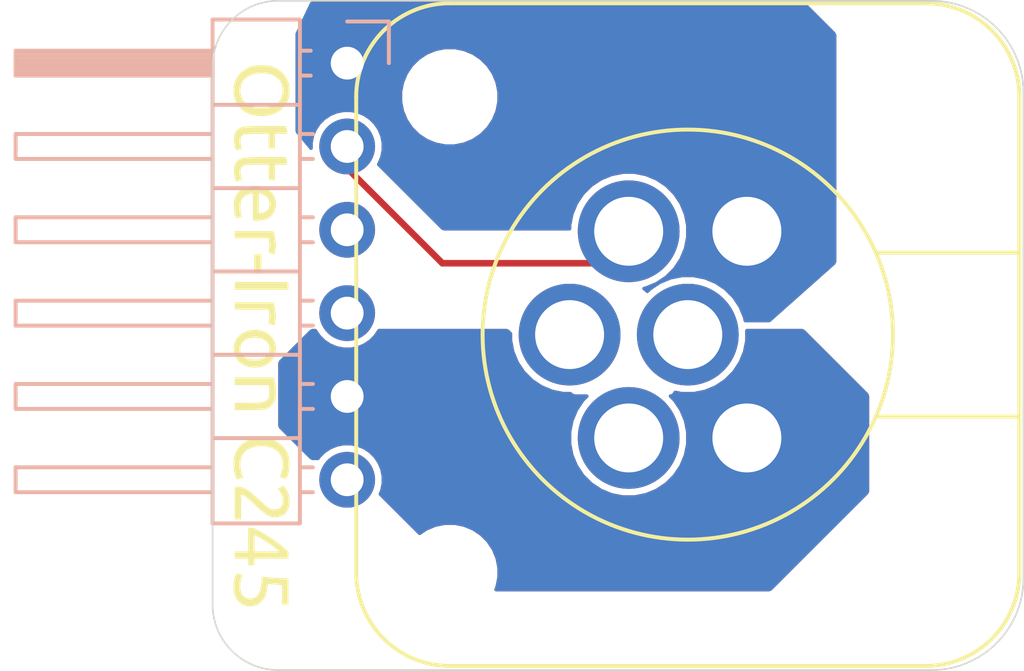
<source format=kicad_pcb>
(kicad_pcb (version 20171130) (host pcbnew 5.1.5-52549c5~84~ubuntu19.10.1)

  (general
    (thickness 1.6)
    (drawings 8)
    (tracks 5)
    (zones 0)
    (modules 3)
    (nets 10)
  )

  (page A4)
  (layers
    (0 F.Cu signal)
    (31 B.Cu signal)
    (32 B.Adhes user)
    (33 F.Adhes user)
    (34 B.Paste user)
    (35 F.Paste user)
    (36 B.SilkS user)
    (37 F.SilkS user)
    (38 B.Mask user)
    (39 F.Mask user)
    (40 Dwgs.User user)
    (41 Cmts.User user)
    (42 Eco1.User user)
    (43 Eco2.User user)
    (44 Edge.Cuts user)
    (45 Margin user)
    (46 B.CrtYd user)
    (47 F.CrtYd user)
    (48 B.Fab user hide)
    (49 F.Fab user hide)
  )

  (setup
    (last_trace_width 0.2)
    (user_trace_width 0.2)
    (trace_clearance 0.2)
    (zone_clearance 0)
    (zone_45_only no)
    (trace_min 0.2)
    (via_size 0.8)
    (via_drill 0.4)
    (via_min_size 0.4)
    (via_min_drill 0.3)
    (uvia_size 0.3)
    (uvia_drill 0.1)
    (uvias_allowed no)
    (uvia_min_size 0.2)
    (uvia_min_drill 0.1)
    (edge_width 0.05)
    (segment_width 0.2)
    (pcb_text_width 0.3)
    (pcb_text_size 1.5 1.5)
    (mod_edge_width 0.12)
    (mod_text_size 1 1)
    (mod_text_width 0.15)
    (pad_size 1.524 1.524)
    (pad_drill 0.762)
    (pad_to_mask_clearance 0.051)
    (solder_mask_min_width 0.25)
    (aux_axis_origin 0 0)
    (visible_elements FFFFFF7F)
    (pcbplotparams
      (layerselection 0x010fc_ffffffff)
      (usegerberextensions true)
      (usegerberattributes false)
      (usegerberadvancedattributes false)
      (creategerberjobfile false)
      (excludeedgelayer true)
      (linewidth 0.100000)
      (plotframeref false)
      (viasonmask false)
      (mode 1)
      (useauxorigin false)
      (hpglpennumber 1)
      (hpglpenspeed 20)
      (hpglpendiameter 15.000000)
      (psnegative false)
      (psa4output false)
      (plotreference true)
      (plotvalue true)
      (plotinvisibletext false)
      (padsonsilk false)
      (subtractmaskfromsilk false)
      (outputformat 1)
      (mirror false)
      (drillshape 0)
      (scaleselection 1)
      (outputdirectory "gerber/"))
  )

  (net 0 "")
  (net 1 GND)
  (net 2 "Net-(J1-Pad4)")
  (net 3 "Net-(J1-Pad3)")
  (net 4 "Net-(J2-Pad4)")
  (net 5 "Net-(J2-Pad3)")
  (net 6 "Net-(J1-Pad6)")
  (net 7 HEAT)
  (net 8 JUNC)
  (net 9 "Net-(J2-Pad6)")

  (net_class Default "This is the default net class."
    (clearance 0.2)
    (trace_width 0.25)
    (via_dia 0.8)
    (via_drill 0.4)
    (uvia_dia 0.3)
    (uvia_drill 0.1)
    (add_net GND)
    (add_net HEAT)
    (add_net JUNC)
    (add_net "Net-(J1-Pad3)")
    (add_net "Net-(J1-Pad4)")
    (add_net "Net-(J1-Pad6)")
    (add_net "Net-(J2-Pad3)")
    (add_net "Net-(J2-Pad4)")
    (add_net "Net-(J2-Pad6)")
  )

  (module otter:C245_singlew_silk locked (layer F.Cu) (tedit 0) (tstamp 5E5C95BE)
    (at 101.5 110.2 270)
    (fp_text reference G*** (at 0 0 90) (layer F.SilkS) hide
      (effects (font (size 1.524 1.524) (thickness 0.3)))
    )
    (fp_text value LOGO (at 0.75 0 90) (layer F.SilkS) hide
      (effects (font (size 1.524 1.524) (thickness 0.3)))
    )
    (fp_poly (pts (xy -1.890888 0.225778) (xy -2.469444 0.225778) (xy -2.469444 0.014111) (xy -1.890888 0.014111)
      (xy -1.890888 0.225778)) (layer F.SilkS) (width 0.01))
    (fp_poly (pts (xy 6.801556 0.225778) (xy 6.999112 0.225778) (xy 6.999112 0.409222) (xy 6.801556 0.409222)
      (xy 6.801556 0.818445) (xy 6.589889 0.818445) (xy 6.589889 0.409222) (xy 5.870223 0.409222)
      (xy 5.870223 0.329364) (xy 5.871673 0.292963) (xy 5.877505 0.25913) (xy 5.888545 0.225778)
      (xy 6.081483 0.225778) (xy 6.589889 0.225778) (xy 6.589382 -0.15875) (xy 6.588874 -0.543278)
      (xy 6.552814 -0.500944) (xy 6.457713 -0.38241) (xy 6.361177 -0.249631) (xy 6.268911 -0.111133)
      (xy 6.186619 0.024554) (xy 6.12562 0.137584) (xy 6.081483 0.225778) (xy 5.888545 0.225778)
      (xy 5.889937 0.221575) (xy 5.911188 0.17401) (xy 5.943476 0.110144) (xy 5.956059 0.08608)
      (xy 6.046315 -0.074572) (xy 6.150181 -0.240389) (xy 6.262366 -0.403731) (xy 6.377576 -0.556959)
      (xy 6.49052 -0.692434) (xy 6.511835 -0.716139) (xy 6.592257 -0.804333) (xy 6.801556 -0.804333)
      (xy 6.801556 0.225778)) (layer F.SilkS) (width 0.01))
    (fp_poly (pts (xy 5.096062 -0.84312) (xy 5.203729 -0.826202) (xy 5.303629 -0.794181) (xy 5.387927 -0.74845)
      (xy 5.407187 -0.733776) (xy 5.46496 -0.669155) (xy 5.508054 -0.586296) (xy 5.534651 -0.492084)
      (xy 5.542937 -0.393401) (xy 5.531093 -0.29713) (xy 5.526728 -0.28074) (xy 5.500197 -0.210761)
      (xy 5.459219 -0.136477) (xy 5.401712 -0.054974) (xy 5.325593 0.036666) (xy 5.22878 0.141357)
      (xy 5.215637 0.154973) (xy 5.116099 0.259082) (xy 5.0356 0.346507) (xy 4.972222 0.419468)
      (xy 4.924047 0.480186) (xy 4.889158 0.53088) (xy 4.884874 0.537888) (xy 4.867852 0.566219)
      (xy 4.856525 0.588431) (xy 4.85352 0.605269) (xy 4.861463 0.617474) (xy 4.88298 0.62579)
      (xy 4.920698 0.630959) (xy 4.977244 0.633725) (xy 5.055243 0.634831) (xy 5.157321 0.635019)
      (xy 5.228167 0.635) (xy 5.602112 0.635) (xy 5.602112 0.818445) (xy 4.610622 0.818445)
      (xy 4.617442 0.712176) (xy 4.623447 0.652112) (xy 4.634909 0.600688) (xy 4.65512 0.546611)
      (xy 4.682926 0.48752) (xy 4.703798 0.447563) (xy 4.726437 0.409841) (xy 4.753705 0.370786)
      (xy 4.788464 0.326829) (xy 4.833576 0.274402) (xy 4.891905 0.209934) (xy 4.966312 0.129858)
      (xy 4.99029 0.10429) (xy 5.078894 0.009007) (xy 5.14943 -0.06954) (xy 5.203896 -0.134455)
      (xy 5.244295 -0.188843) (xy 5.272626 -0.235809) (xy 5.290891 -0.278457) (xy 5.30109 -0.319893)
      (xy 5.305224 -0.363221) (xy 5.30564 -0.38509) (xy 5.294703 -0.474577) (xy 5.261859 -0.547126)
      (xy 5.207551 -0.601823) (xy 5.196856 -0.608883) (xy 5.163503 -0.626512) (xy 5.128 -0.636621)
      (xy 5.08099 -0.641062) (xy 5.030612 -0.641783) (xy 4.966896 -0.63999) (xy 4.91978 -0.633354)
      (xy 4.877743 -0.619435) (xy 4.840112 -0.601461) (xy 4.791008 -0.573472) (xy 4.746623 -0.543742)
      (xy 4.724854 -0.526121) (xy 4.687208 -0.49083) (xy 4.634471 -0.570259) (xy 4.581733 -0.649687)
      (xy 4.613372 -0.683365) (xy 4.65506 -0.71735) (xy 4.715853 -0.753906) (xy 4.78748 -0.788745)
      (xy 4.861668 -0.817582) (xy 4.88877 -0.826063) (xy 4.988464 -0.843538) (xy 5.096062 -0.84312)) (layer F.SilkS) (width 0.01))
    (fp_poly (pts (xy 1.783862 -0.420863) (xy 1.859404 -0.417259) (xy 1.914913 -0.41154) (xy 1.958571 -0.402254)
      (xy 1.998559 -0.387948) (xy 2.017889 -0.379321) (xy 2.109997 -0.321777) (xy 2.183087 -0.245071)
      (xy 2.23288 -0.155379) (xy 2.241558 -0.132269) (xy 2.248513 -0.108825) (xy 2.253982 -0.081615)
      (xy 2.2582 -0.047209) (xy 2.261402 -0.002175) (xy 2.263824 0.056916) (xy 2.265701 0.133496)
      (xy 2.267269 0.230996) (xy 2.268762 0.352847) (xy 2.26896 0.370417) (xy 2.27399 0.818445)
      (xy 2.060223 0.818445) (xy 2.059943 0.47625) (xy 2.058888 0.324813) (xy 2.055609 0.198854)
      (xy 2.04953 0.095676) (xy 2.040075 0.012583) (xy 2.026668 -0.053122) (xy 2.008733 -0.104135)
      (xy 1.985694 -0.143152) (xy 1.956976 -0.17287) (xy 1.922002 -0.195986) (xy 1.915647 -0.199323)
      (xy 1.880842 -0.214424) (xy 1.84359 -0.223453) (xy 1.795527 -0.227663) (xy 1.728287 -0.228307)
      (xy 1.722579 -0.22825) (xy 1.659148 -0.226701) (xy 1.602294 -0.223773) (xy 1.560836 -0.219984)
      (xy 1.549465 -0.218116) (xy 1.509889 -0.209424) (xy 1.509889 0.818445) (xy 1.284112 0.818445)
      (xy 1.284112 -0.36455) (xy 1.355021 -0.379757) (xy 1.495175 -0.405518) (xy 1.623298 -0.41909)
      (xy 1.752191 -0.421703) (xy 1.783862 -0.420863)) (layer F.SilkS) (width 0.01))
    (fp_poly (pts (xy -0.477512 -0.418793) (xy -0.390096 -0.407211) (xy -0.343647 -0.396041) (xy -0.32043 -0.384801)
      (xy -0.315566 -0.370929) (xy -0.316133 -0.368406) (xy -0.32298 -0.339293) (xy -0.331054 -0.299313)
      (xy -0.331611 -0.296333) (xy -0.342696 -0.242431) (xy -0.351993 -0.212545) (xy -0.360989 -0.20266)
      (xy -0.365829 -0.203956) (xy -0.384298 -0.209298) (xy -0.422829 -0.217089) (xy -0.473551 -0.225759)
      (xy -0.480489 -0.226847) (xy -0.558428 -0.235318) (xy -0.62922 -0.233361) (xy -0.687176 -0.225301)
      (xy -0.790222 -0.207674) (xy -0.790222 0.818445) (xy -1.001888 0.818445) (xy -1.001888 -0.350589)
      (xy -0.955488 -0.365903) (xy -0.845298 -0.394441) (xy -0.722293 -0.413252) (xy -0.596392 -0.421611)
      (xy -0.477512 -0.418793)) (layer F.SilkS) (width 0.01))
    (fp_poly (pts (xy -1.397 0.818445) (xy -1.622777 0.818445) (xy -1.622777 -0.804333) (xy -1.397 -0.804333)
      (xy -1.397 0.818445)) (layer F.SilkS) (width 0.01))
    (fp_poly (pts (xy -2.69361 -0.42137) (xy -2.631777 -0.416123) (xy -2.573613 -0.408552) (xy -2.525454 -0.399618)
      (xy -2.493634 -0.390283) (xy -2.484171 -0.38258) (xy -2.488864 -0.350188) (xy -2.497899 -0.308084)
      (xy -2.50898 -0.265004) (xy -2.519807 -0.229681) (xy -2.528085 -0.21085) (xy -2.529638 -0.209723)
      (xy -2.54799 -0.211659) (xy -2.586171 -0.217259) (xy -2.636207 -0.225346) (xy -2.640375 -0.226047)
      (xy -2.709962 -0.234751) (xy -2.774405 -0.234723) (xy -2.849464 -0.225928) (xy -2.851832 -0.225562)
      (xy -2.963333 -0.208216) (xy -2.963333 0.818445) (xy -3.175 0.818445) (xy -3.175 -0.350589)
      (xy -3.128599 -0.365903) (xy -3.051153 -0.386587) (xy -2.957662 -0.404251) (xy -2.860282 -0.417037)
      (xy -2.771166 -0.423089) (xy -2.752778 -0.423333) (xy -2.69361 -0.42137)) (layer F.SilkS) (width 0.01))
    (fp_poly (pts (xy -3.916405 -0.422407) (xy -3.801596 -0.393964) (xy -3.704779 -0.343946) (xy -3.62625 -0.272766)
      (xy -3.566306 -0.180835) (xy -3.525244 -0.068565) (xy -3.503361 0.063633) (xy -3.499555 0.155917)
      (xy -3.499555 0.268111) (xy -3.915833 0.268111) (xy -4.038061 0.267901) (xy -4.134776 0.267864)
      (xy -4.208678 0.268893) (xy -4.262466 0.271877) (xy -4.298842 0.277708) (xy -4.320505 0.287278)
      (xy -4.330154 0.301478) (xy -4.330491 0.321199) (xy -4.324214 0.347331) (xy -4.314025 0.380768)
      (xy -4.309033 0.397898) (xy -4.272586 0.483848) (xy -4.217323 0.557084) (xy -4.148321 0.611687)
      (xy -4.109602 0.630404) (xy -4.052378 0.644755) (xy -3.976863 0.653105) (xy -3.892339 0.655475)
      (xy -3.808089 0.651885) (xy -3.733393 0.642357) (xy -3.683979 0.629467) (xy -3.645144 0.617876)
      (xy -3.6176 0.614852) (xy -3.611099 0.617088) (xy -3.603817 0.636153) (xy -3.59594 0.673889)
      (xy -3.59108 0.70728) (xy -3.581421 0.786615) (xy -3.649849 0.811504) (xy -3.696621 0.824167)
      (xy -3.759392 0.833195) (xy -3.842764 0.83912) (xy -3.908777 0.841522) (xy -3.99161 0.843095)
      (xy -4.053246 0.842264) (xy -4.10065 0.838445) (xy -4.140789 0.831052) (xy -4.18063 0.8195)
      (xy -4.183944 0.818401) (xy -4.294465 0.767766) (xy -4.386452 0.696286) (xy -4.459344 0.604881)
      (xy -4.512579 0.494467) (xy -4.545593 0.365961) (xy -4.557825 0.22028) (xy -4.557888 0.208318)
      (xy -4.546645 0.067615) (xy -4.545435 0.062897) (xy -4.323834 0.062897) (xy -4.322784 0.087724)
      (xy -4.322525 0.088195) (xy -4.307196 0.091349) (xy -4.26789 0.094129) (xy -4.208851 0.096385)
      (xy -4.134324 0.097969) (xy -4.048553 0.098732) (xy -4.020833 0.098778) (xy -3.725333 0.098778)
      (xy -3.725333 0.054554) (xy -3.736406 -0.023054) (xy -3.766671 -0.097793) (xy -3.8117 -0.162246)
      (xy -3.867061 -0.208999) (xy -3.88963 -0.220475) (xy -3.971763 -0.240386) (xy -4.057271 -0.236168)
      (xy -4.139174 -0.209822) (xy -4.210493 -0.163346) (xy -4.252875 -0.116429) (xy -4.276233 -0.07621)
      (xy -4.297731 -0.027378) (xy -4.31454 0.02176) (xy -4.323834 0.062897) (xy -4.545435 0.062897)
      (xy -4.514114 -0.059148) (xy -4.462093 -0.1702) (xy -4.392382 -0.263774) (xy -4.306778 -0.338103)
      (xy -4.207079 -0.391417) (xy -4.095085 -0.421948) (xy -3.972593 -0.427928) (xy -3.916405 -0.422407)) (layer F.SilkS) (width 0.01))
    (fp_poly (pts (xy -5.21511 -0.762177) (xy -5.210319 -0.720946) (xy -5.207616 -0.653278) (xy -5.207 -0.585611)
      (xy -5.207 -0.395111) (xy -4.739986 -0.395111) (xy -4.744187 -0.306916) (xy -4.748388 -0.218722)
      (xy -4.977694 -0.214845) (xy -5.207 -0.210967) (xy -5.20669 0.137933) (xy -5.206401 0.248277)
      (xy -5.205583 0.334265) (xy -5.203981 0.399761) (xy -5.201337 0.44863) (xy -5.197396 0.484735)
      (xy -5.191901 0.511942) (xy -5.184596 0.534114) (xy -5.17965 0.545706) (xy -5.151025 0.595861)
      (xy -5.115589 0.628379) (xy -5.067261 0.646361) (xy -4.999961 0.652909) (xy -4.969178 0.653056)
      (xy -4.897316 0.648694) (xy -4.836666 0.638292) (xy -4.808814 0.629309) (xy -4.774504 0.615136)
      (xy -4.753031 0.607315) (xy -4.750517 0.606778) (xy -4.744118 0.619151) (xy -4.734279 0.650702)
      (xy -4.728259 0.673806) (xy -4.717099 0.718368) (xy -4.70776 0.754002) (xy -4.704939 0.764039)
      (xy -4.712272 0.783434) (xy -4.742836 0.801216) (xy -4.791655 0.816747) (xy -4.853753 0.82939)
      (xy -4.924156 0.838509) (xy -4.997888 0.843464) (xy -5.069974 0.843618) (xy -5.135439 0.838335)
      (xy -5.189308 0.826976) (xy -5.191259 0.826351) (xy -5.260578 0.791096) (xy -5.324289 0.735642)
      (xy -5.373567 0.667829) (xy -5.376987 0.661399) (xy -5.389893 0.632809) (xy -5.400696 0.599681)
      (xy -5.409572 0.559408) (xy -5.416699 0.509383) (xy -5.422254 0.447) (xy -5.426416 0.369654)
      (xy -5.42936 0.274737) (xy -5.431265 0.159643) (xy -5.432308 0.021766) (xy -5.432666 -0.1415)
      (xy -5.432671 -0.156682) (xy -5.432777 -0.743753) (xy -5.334809 -0.759932) (xy -5.283903 -0.768008)
      (xy -5.243523 -0.773807) (xy -5.222185 -0.776109) (xy -5.22192 -0.776111) (xy -5.21511 -0.762177)) (layer F.SilkS) (width 0.01))
    (fp_poly (pts (xy -6.160554 -0.762177) (xy -6.155764 -0.720946) (xy -6.153061 -0.653278) (xy -6.152444 -0.585611)
      (xy -6.152444 -0.395111) (xy -5.700888 -0.395111) (xy -5.700888 -0.211666) (xy -6.15378 -0.211666)
      (xy -6.149584 0.151695) (xy -6.147955 0.271352) (xy -6.145728 0.36625) (xy -6.142282 0.439851)
      (xy -6.136995 0.495619) (xy -6.129245 0.537016) (xy -6.118411 0.567506) (xy -6.103871 0.590551)
      (xy -6.085002 0.609615) (xy -6.06447 0.625738) (xy -6.037985 0.641074) (xy -6.004998 0.649648)
      (xy -5.95729 0.652977) (xy -5.916303 0.653067) (xy -5.84296 0.648688) (xy -5.781753 0.63821)
      (xy -5.754258 0.629309) (xy -5.719948 0.615136) (xy -5.698475 0.607315) (xy -5.695961 0.606778)
      (xy -5.689563 0.619151) (xy -5.679724 0.650702) (xy -5.673703 0.673806) (xy -5.662544 0.718368)
      (xy -5.653205 0.754002) (xy -5.650383 0.764039) (xy -5.657675 0.783545) (xy -5.688216 0.801373)
      (xy -5.737052 0.816895) (xy -5.79923 0.829483) (xy -5.869796 0.83851) (xy -5.943796 0.843349)
      (xy -6.016277 0.843371) (xy -6.082286 0.83795) (xy -6.136867 0.826458) (xy -6.138666 0.825888)
      (xy -6.218047 0.786028) (xy -6.282337 0.723257) (xy -6.330307 0.639244) (xy -6.360729 0.535662)
      (xy -6.363422 0.520288) (xy -6.366811 0.484987) (xy -6.369886 0.424651) (xy -6.372576 0.342466)
      (xy -6.374812 0.241618) (xy -6.376526 0.125293) (xy -6.377647 -0.003323) (xy -6.378108 -0.141045)
      (xy -6.378115 -0.156682) (xy -6.378222 -0.743753) (xy -6.280254 -0.759932) (xy -6.229347 -0.768008)
      (xy -6.188968 -0.773807) (xy -6.167629 -0.776109) (xy -6.167365 -0.776111) (xy -6.160554 -0.762177)) (layer F.SilkS) (width 0.01))
    (fp_poly (pts (xy 8.198556 -0.620889) (xy 7.902223 -0.620889) (xy 7.798198 -0.620493) (xy 7.719636 -0.619196)
      (xy 7.663787 -0.616836) (xy 7.627901 -0.613248) (xy 7.609229 -0.608271) (xy 7.604841 -0.60325)
      (xy 7.603339 -0.583428) (xy 7.59993 -0.541061) (xy 7.595069 -0.481725) (xy 7.589211 -0.410999)
      (xy 7.587005 -0.384542) (xy 7.570218 -0.183473) (xy 7.612748 -0.177694) (xy 7.731483 -0.160089)
      (xy 7.826777 -0.14206) (xy 7.903383 -0.121957) (xy 7.966054 -0.098129) (xy 8.019546 -0.068926)
      (xy 8.06861 -0.032696) (xy 8.093828 -0.010645) (xy 8.16896 0.072882) (xy 8.218895 0.164969)
      (xy 8.246056 0.270627) (xy 8.250834 0.314382) (xy 8.24783 0.437458) (xy 8.220141 0.547826)
      (xy 8.169 0.643946) (xy 8.095641 0.724278) (xy 8.001297 0.78728) (xy 7.887203 0.831413)
      (xy 7.825548 0.845484) (xy 7.756824 0.85406) (xy 7.676329 0.858203) (xy 7.596557 0.857689)
      (xy 7.529999 0.852296) (xy 7.521223 0.850933) (xy 7.479576 0.842372) (xy 7.427706 0.829663)
      (xy 7.372818 0.814851) (xy 7.322117 0.799982) (xy 7.282806 0.7871) (xy 7.262092 0.778249)
      (xy 7.260717 0.777001) (xy 7.260511 0.759026) (xy 7.265912 0.723479) (xy 7.274829 0.679938)
      (xy 7.285174 0.637985) (xy 7.294856 0.607199) (xy 7.299825 0.597694) (xy 7.316021 0.598256)
      (xy 7.350448 0.607478) (xy 7.389721 0.62118) (xy 7.477291 0.64545) (xy 7.577838 0.65893)
      (xy 7.680333 0.66106) (xy 7.773751 0.651277) (xy 7.81071 0.642602) (xy 7.897093 0.604722)
      (xy 7.962633 0.548635) (xy 8.005794 0.476694) (xy 8.025039 0.39125) (xy 8.022649 0.318151)
      (xy 8.002494 0.236347) (xy 7.96449 0.168798) (xy 7.906763 0.114161) (xy 7.827439 0.071094)
      (xy 7.724643 0.038255) (xy 7.598834 0.01463) (xy 7.534883 0.007114) (xy 7.469243 0.0019)
      (xy 7.425333 0.00028) (xy 7.35061 0) (xy 7.358187 -0.045861) (xy 7.36434 -0.092539)
      (xy 7.371414 -0.161677) (xy 7.378955 -0.247547) (xy 7.386505 -0.34442) (xy 7.39361 -0.446567)
      (xy 7.399813 -0.54826) (xy 7.403092 -0.610305) (xy 7.412627 -0.804333) (xy 8.198556 -0.804333)
      (xy 8.198556 -0.620889)) (layer F.SilkS) (width 0.01))
    (fp_poly (pts (xy 4.063395 -0.834531) (xy 4.197706 -0.80745) (xy 4.255344 -0.788654) (xy 4.31304 -0.76619)
      (xy 4.34778 -0.747361) (xy 4.363127 -0.726156) (xy 4.362647 -0.696562) (xy 4.349905 -0.652565)
      (xy 4.344889 -0.637627) (xy 4.326982 -0.58917) (xy 4.312713 -0.563594) (xy 4.299046 -0.556359)
      (xy 4.291708 -0.558109) (xy 4.142647 -0.610738) (xy 4.00759 -0.639233) (xy 3.886047 -0.643676)
      (xy 3.828282 -0.636557) (xy 3.707707 -0.601959) (xy 3.605435 -0.545898) (xy 3.521274 -0.468231)
      (xy 3.455033 -0.368813) (xy 3.444415 -0.347363) (xy 3.406215 -0.25096) (xy 3.383195 -0.152266)
      (xy 3.373301 -0.041185) (xy 3.372556 0.005824) (xy 3.382613 0.159232) (xy 3.412331 0.293435)
      (xy 3.461031 0.407772) (xy 3.528035 0.501578) (xy 3.612663 0.574191) (xy 3.714236 0.624948)
      (xy 3.832076 0.653186) (xy 3.965503 0.658242) (xy 4.034574 0.652278) (xy 4.10485 0.640755)
      (xy 4.176638 0.624311) (xy 4.236565 0.606102) (xy 4.24673 0.602212) (xy 4.332004 0.567769)
      (xy 4.360251 0.659223) (xy 4.373445 0.707117) (xy 4.380805 0.744512) (xy 4.380756 0.763205)
      (xy 4.362415 0.774634) (xy 4.322891 0.789618) (xy 4.268696 0.806281) (xy 4.206343 0.822751)
      (xy 4.142343 0.837151) (xy 4.092223 0.846255) (xy 3.979619 0.857374) (xy 3.861384 0.857953)
      (xy 3.750304 0.848214) (xy 3.701003 0.83945) (xy 3.594261 0.805504) (xy 3.488307 0.752569)
      (xy 3.393494 0.686408) (xy 3.344525 0.640939) (xy 3.277442 0.554661) (xy 3.219029 0.449786)
      (xy 3.173968 0.335657) (xy 3.153995 0.260651) (xy 3.141396 0.175009) (xy 3.1349 0.072984)
      (xy 3.134521 -0.034647) (xy 3.140273 -0.137108) (xy 3.152172 -0.223624) (xy 3.153329 -0.229245)
      (xy 3.195677 -0.367335) (xy 3.2603 -0.493317) (xy 3.344562 -0.60416) (xy 3.445827 -0.696835)
      (xy 3.561461 -0.768309) (xy 3.654778 -0.805786) (xy 3.782564 -0.833966) (xy 3.921892 -0.843458)
      (xy 4.063395 -0.834531)) (layer F.SilkS) (width 0.01))
    (fp_poly (pts (xy 0.530389 -0.414051) (xy 0.645933 -0.376979) (xy 0.747192 -0.316362) (xy 0.832559 -0.233408)
      (xy 0.900427 -0.129323) (xy 0.945314 -0.018268) (xy 0.962314 0.060347) (xy 0.971759 0.154821)
      (xy 0.973417 0.254158) (xy 0.967058 0.347359) (xy 0.954457 0.416278) (xy 0.908396 0.540295)
      (xy 0.842293 0.646195) (xy 0.757917 0.732309) (xy 0.657032 0.796967) (xy 0.541405 0.838501)
      (xy 0.498416 0.847162) (xy 0.439171 0.855886) (xy 0.394538 0.858608) (xy 0.351496 0.854986)
      (xy 0.297024 0.844679) (xy 0.282223 0.841483) (xy 0.165968 0.802474) (xy 0.064577 0.740405)
      (xy -0.020381 0.65711) (xy -0.087336 0.554424) (xy -0.134719 0.434182) (xy -0.157318 0.327717)
      (xy -0.165457 0.196664) (xy 0.064785 0.196664) (xy 0.068523 0.300087) (xy 0.083805 0.393164)
      (xy 0.088824 0.411381) (xy 0.129146 0.501951) (xy 0.18791 0.574279) (xy 0.261375 0.626269)
      (xy 0.345803 0.655821) (xy 0.437452 0.660839) (xy 0.509097 0.647116) (xy 0.585267 0.609859)
      (xy 0.65096 0.548048) (xy 0.701131 0.468907) (xy 0.718202 0.432076) (xy 0.729539 0.399484)
      (xy 0.736305 0.363815) (xy 0.739659 0.317754) (xy 0.740762 0.253987) (xy 0.740834 0.218722)
      (xy 0.739518 0.132177) (xy 0.7344 0.066312) (xy 0.723725 0.013659) (xy 0.705735 -0.033248)
      (xy 0.678676 -0.081878) (xy 0.665151 -0.103129) (xy 0.608807 -0.16506) (xy 0.53538 -0.209045)
      (xy 0.451205 -0.232884) (xy 0.362618 -0.234381) (xy 0.314222 -0.22486) (xy 0.240333 -0.190495)
      (xy 0.174103 -0.133704) (xy 0.121016 -0.060201) (xy 0.091609 0.007056) (xy 0.072508 0.094963)
      (xy 0.064785 0.196664) (xy -0.165457 0.196664) (xy -0.166171 0.185175) (xy -0.15231 0.052331)
      (xy -0.117335 -0.068659) (xy -0.062844 -0.175642) (xy 0.009565 -0.266462) (xy 0.098292 -0.338965)
      (xy 0.20174 -0.390997) (xy 0.318309 -0.420402) (xy 0.402167 -0.42637) (xy 0.530389 -0.414051)) (layer F.SilkS) (width 0.01))
    (fp_poly (pts (xy -7.408333 -0.84183) (xy -7.262983 -0.82128) (xy -7.133713 -0.778496) (xy -7.017805 -0.712295)
      (xy -6.920472 -0.629526) (xy -6.829803 -0.519402) (xy -6.761658 -0.392784) (xy -6.715937 -0.249401)
      (xy -6.692543 -0.088979) (xy -6.689156 0.007056) (xy -6.700259 0.177007) (xy -6.733633 0.329771)
      (xy -6.789376 0.465617) (xy -6.867589 0.58482) (xy -6.920472 0.643637) (xy -6.989505 0.706395)
      (xy -7.059034 0.75448) (xy -7.139185 0.794101) (xy -7.210099 0.821204) (xy -7.284988 0.83993)
      (xy -7.37679 0.851584) (xy -7.474979 0.855694) (xy -7.569026 0.851785) (xy -7.642937 0.840679)
      (xy -7.782879 0.795444) (xy -7.905876 0.727705) (xy -8.011585 0.63778) (xy -8.099663 0.525986)
      (xy -8.169766 0.392643) (xy -8.193881 0.32996) (xy -8.209145 0.283905) (xy -8.21979 0.243724)
      (xy -8.226636 0.202567) (xy -8.230505 0.153581) (xy -8.23222 0.089916) (xy -8.232601 0.007056)
      (xy -8.23231 -0.054794) (xy -7.998196 -0.054794) (xy -7.997401 0.078595) (xy -7.978494 0.206175)
      (xy -7.942717 0.324207) (xy -7.891313 0.428952) (xy -7.825523 0.516671) (xy -7.746589 0.583625)
      (xy -7.716769 0.601105) (xy -7.622716 0.636774) (xy -7.515112 0.654965) (xy -7.403126 0.654942)
      (xy -7.295926 0.63597) (xy -7.292942 0.635118) (xy -7.207286 0.596688) (xy -7.12665 0.534527)
      (xy -7.055128 0.453112) (xy -6.996816 0.35692) (xy -6.9632 0.274701) (xy -6.947228 0.204315)
      (xy -6.937602 0.11583) (xy -6.93424 0.017707) (xy -6.93706 -0.081589) (xy -6.945978 -0.173596)
      (xy -6.960913 -0.24985) (xy -6.968547 -0.274027) (xy -7.024304 -0.394867) (xy -7.094019 -0.491252)
      (xy -7.178132 -0.563506) (xy -7.277088 -0.611952) (xy -7.391329 -0.636912) (xy -7.471833 -0.640719)
      (xy -7.594701 -0.627294) (xy -7.70288 -0.58999) (xy -7.795637 -0.529457) (xy -7.872237 -0.446346)
      (xy -7.931948 -0.341308) (xy -7.974035 -0.214993) (xy -7.979638 -0.190254) (xy -7.998196 -0.054794)
      (xy -8.23231 -0.054794) (xy -8.232203 -0.077464) (xy -8.230459 -0.140633) (xy -8.226539 -0.18932)
      (xy -8.219614 -0.230391) (xy -8.208857 -0.270715) (xy -8.193507 -0.316962) (xy -8.130993 -0.458216)
      (xy -8.049621 -0.579079) (xy -7.950904 -0.678537) (xy -7.836356 -0.755581) (xy -7.707488 -0.809197)
      (xy -7.565815 -0.838377) (xy -7.412848 -0.842107) (xy -7.408333 -0.84183)) (layer F.SilkS) (width 0.01))
  )

  (module "otter:RPC1-12RB-6P(71)" (layer F.Cu) (tedit 5E5BF5A6) (tstamp 5E5C5788)
    (at 114.475 110.175 180)
    (path /5E5C0C87)
    (fp_text reference J2 (at 0.025 -5.125 180) (layer F.SilkS) hide
      (effects (font (size 1 1) (thickness 0.15)))
    )
    (fp_text value C245 (at 0.05 -7.8 180) (layer F.Fab) hide
      (effects (font (size 1 1) (thickness 0.15)))
    )
    (fp_circle (center 0 0) (end 6.25 0) (layer F.SilkS) (width 0.12))
    (fp_arc (start -7.25 -7.25) (end -7.25 -10.1) (angle -90) (layer F.SilkS) (width 0.12))
    (fp_arc (start -7.25 7.25) (end -10.1 7.25) (angle -90) (layer F.SilkS) (width 0.12))
    (fp_arc (start 7.25 7.25) (end 7.25 10.1) (angle -90) (layer F.SilkS) (width 0.12))
    (fp_arc (start 7.25 -7.25) (end 10.1 -7.25) (angle -90) (layer F.SilkS) (width 0.12))
    (fp_line (start -7.25 10.1) (end 7.25 10.1) (layer F.SilkS) (width 0.12))
    (fp_line (start -7.25 -10.1) (end 7.25 -10.1) (layer F.SilkS) (width 0.12))
    (fp_line (start 10.1 -7.25) (end 10.1 7.25) (layer F.SilkS) (width 0.12))
    (fp_line (start -10.1 -7.25) (end -10.1 7.25) (layer F.SilkS) (width 0.12))
    (fp_line (start -10.1 -2.5) (end -5.75 -2.5) (layer F.SilkS) (width 0.12))
    (fp_line (start -10.1 2.5) (end -5.75 2.5) (layer F.SilkS) (width 0.12))
    (pad "" np_thru_hole circle (at -7.25 -7.25 180) (size 2.5 2.5) (drill 2.5) (layers *.Cu *.Mask))
    (pad "" np_thru_hole circle (at -7.25 7.25 180) (size 2.5 2.5) (drill 2.5) (layers *.Cu *.Mask))
    (pad "" np_thru_hole circle (at 7.25 7.25 180) (size 2.5 2.5) (drill 2.5) (layers *.Cu *.Mask))
    (pad "" np_thru_hole circle (at 7.25 -7.25 180) (size 2.5 2.5) (drill 2.5) (layers *.Cu *.Mask))
    (pad 1 thru_hole circle (at -1.8 3.15 180) (size 3.1 3.1) (drill 2.1) (layers *.Cu *.Mask)
      (net 1 GND))
    (pad 2 thru_hole circle (at 1.8 3.15 180) (size 3.1 3.1) (drill 2.1) (layers *.Cu *.Mask)
      (net 8 JUNC))
    (pad 5 thru_hole circle (at -1.8 -3.15 180) (size 3.1 3.1) (drill 2.1) (layers *.Cu *.Mask)
      (net 7 HEAT))
    (pad 4 thru_hole circle (at 1.8 -3.15 180) (size 3.1 3.1) (drill 2.1) (layers *.Cu *.Mask)
      (net 4 "Net-(J2-Pad4)"))
    (pad 3 thru_hole circle (at 3.6 0 180) (size 3.1 3.1) (drill 2.1) (layers *.Cu *.Mask)
      (net 5 "Net-(J2-Pad3)"))
    (pad 6 thru_hole circle (at 0 0 180) (size 3.1 3.1) (drill 2.1) (layers *.Cu *.Mask)
      (net 9 "Net-(J2-Pad6)"))
    (model ${KIPRJMOD}/RPC1-12RB-6P.stp
      (offset (xyz 0 0 6.25))
      (scale (xyz 1 1 1))
      (rotate (xyz 180 0 90))
    )
  )

  (module Connector_PinHeader_2.54mm:PinHeader_1x06_P2.54mm_Horizontal (layer B.Cu) (tedit 59FED5CB) (tstamp 5E5C5F2F)
    (at 104.1 101.9 180)
    (descr "Through hole angled pin header, 1x06, 2.54mm pitch, 6mm pin length, single row")
    (tags "Through hole angled pin header THT 1x06 2.54mm single row")
    (path /5E5BE985)
    (fp_text reference J1 (at 4.385 2.27) (layer B.SilkS) hide
      (effects (font (size 1 1) (thickness 0.15)) (justify mirror))
    )
    (fp_text value Otter-Iron (at 4.385 -14.97) (layer B.Fab)
      (effects (font (size 1 1) (thickness 0.15)) (justify mirror))
    )
    (fp_text user %R (at 2.77 -6.35 -90) (layer B.Fab)
      (effects (font (size 1 1) (thickness 0.15)) (justify mirror))
    )
    (fp_line (start 10.55 1.8) (end -1.8 1.8) (layer B.CrtYd) (width 0.05))
    (fp_line (start 10.55 -14.5) (end 10.55 1.8) (layer B.CrtYd) (width 0.05))
    (fp_line (start -1.8 -14.5) (end 10.55 -14.5) (layer B.CrtYd) (width 0.05))
    (fp_line (start -1.8 1.8) (end -1.8 -14.5) (layer B.CrtYd) (width 0.05))
    (fp_line (start -1.27 1.27) (end 0 1.27) (layer B.SilkS) (width 0.12))
    (fp_line (start -1.27 0) (end -1.27 1.27) (layer B.SilkS) (width 0.12))
    (fp_line (start 1.042929 -13.08) (end 1.44 -13.08) (layer B.SilkS) (width 0.12))
    (fp_line (start 1.042929 -12.32) (end 1.44 -12.32) (layer B.SilkS) (width 0.12))
    (fp_line (start 10.1 -13.08) (end 4.1 -13.08) (layer B.SilkS) (width 0.12))
    (fp_line (start 10.1 -12.32) (end 10.1 -13.08) (layer B.SilkS) (width 0.12))
    (fp_line (start 4.1 -12.32) (end 10.1 -12.32) (layer B.SilkS) (width 0.12))
    (fp_line (start 1.44 -11.43) (end 4.1 -11.43) (layer B.SilkS) (width 0.12))
    (fp_line (start 1.042929 -10.54) (end 1.44 -10.54) (layer B.SilkS) (width 0.12))
    (fp_line (start 1.042929 -9.78) (end 1.44 -9.78) (layer B.SilkS) (width 0.12))
    (fp_line (start 10.1 -10.54) (end 4.1 -10.54) (layer B.SilkS) (width 0.12))
    (fp_line (start 10.1 -9.78) (end 10.1 -10.54) (layer B.SilkS) (width 0.12))
    (fp_line (start 4.1 -9.78) (end 10.1 -9.78) (layer B.SilkS) (width 0.12))
    (fp_line (start 1.44 -8.89) (end 4.1 -8.89) (layer B.SilkS) (width 0.12))
    (fp_line (start 1.042929 -8) (end 1.44 -8) (layer B.SilkS) (width 0.12))
    (fp_line (start 1.042929 -7.24) (end 1.44 -7.24) (layer B.SilkS) (width 0.12))
    (fp_line (start 10.1 -8) (end 4.1 -8) (layer B.SilkS) (width 0.12))
    (fp_line (start 10.1 -7.24) (end 10.1 -8) (layer B.SilkS) (width 0.12))
    (fp_line (start 4.1 -7.24) (end 10.1 -7.24) (layer B.SilkS) (width 0.12))
    (fp_line (start 1.44 -6.35) (end 4.1 -6.35) (layer B.SilkS) (width 0.12))
    (fp_line (start 1.042929 -5.46) (end 1.44 -5.46) (layer B.SilkS) (width 0.12))
    (fp_line (start 1.042929 -4.7) (end 1.44 -4.7) (layer B.SilkS) (width 0.12))
    (fp_line (start 10.1 -5.46) (end 4.1 -5.46) (layer B.SilkS) (width 0.12))
    (fp_line (start 10.1 -4.7) (end 10.1 -5.46) (layer B.SilkS) (width 0.12))
    (fp_line (start 4.1 -4.7) (end 10.1 -4.7) (layer B.SilkS) (width 0.12))
    (fp_line (start 1.44 -3.81) (end 4.1 -3.81) (layer B.SilkS) (width 0.12))
    (fp_line (start 1.042929 -2.92) (end 1.44 -2.92) (layer B.SilkS) (width 0.12))
    (fp_line (start 1.042929 -2.16) (end 1.44 -2.16) (layer B.SilkS) (width 0.12))
    (fp_line (start 10.1 -2.92) (end 4.1 -2.92) (layer B.SilkS) (width 0.12))
    (fp_line (start 10.1 -2.16) (end 10.1 -2.92) (layer B.SilkS) (width 0.12))
    (fp_line (start 4.1 -2.16) (end 10.1 -2.16) (layer B.SilkS) (width 0.12))
    (fp_line (start 1.44 -1.27) (end 4.1 -1.27) (layer B.SilkS) (width 0.12))
    (fp_line (start 1.11 -0.38) (end 1.44 -0.38) (layer B.SilkS) (width 0.12))
    (fp_line (start 1.11 0.38) (end 1.44 0.38) (layer B.SilkS) (width 0.12))
    (fp_line (start 4.1 -0.28) (end 10.1 -0.28) (layer B.SilkS) (width 0.12))
    (fp_line (start 4.1 -0.16) (end 10.1 -0.16) (layer B.SilkS) (width 0.12))
    (fp_line (start 4.1 -0.04) (end 10.1 -0.04) (layer B.SilkS) (width 0.12))
    (fp_line (start 4.1 0.08) (end 10.1 0.08) (layer B.SilkS) (width 0.12))
    (fp_line (start 4.1 0.2) (end 10.1 0.2) (layer B.SilkS) (width 0.12))
    (fp_line (start 4.1 0.32) (end 10.1 0.32) (layer B.SilkS) (width 0.12))
    (fp_line (start 10.1 -0.38) (end 4.1 -0.38) (layer B.SilkS) (width 0.12))
    (fp_line (start 10.1 0.38) (end 10.1 -0.38) (layer B.SilkS) (width 0.12))
    (fp_line (start 4.1 0.38) (end 10.1 0.38) (layer B.SilkS) (width 0.12))
    (fp_line (start 4.1 1.33) (end 1.44 1.33) (layer B.SilkS) (width 0.12))
    (fp_line (start 4.1 -14.03) (end 4.1 1.33) (layer B.SilkS) (width 0.12))
    (fp_line (start 1.44 -14.03) (end 4.1 -14.03) (layer B.SilkS) (width 0.12))
    (fp_line (start 1.44 1.33) (end 1.44 -14.03) (layer B.SilkS) (width 0.12))
    (fp_line (start 4.04 -13.02) (end 10.04 -13.02) (layer B.Fab) (width 0.1))
    (fp_line (start 10.04 -12.38) (end 10.04 -13.02) (layer B.Fab) (width 0.1))
    (fp_line (start 4.04 -12.38) (end 10.04 -12.38) (layer B.Fab) (width 0.1))
    (fp_line (start -0.32 -13.02) (end 1.5 -13.02) (layer B.Fab) (width 0.1))
    (fp_line (start -0.32 -12.38) (end -0.32 -13.02) (layer B.Fab) (width 0.1))
    (fp_line (start -0.32 -12.38) (end 1.5 -12.38) (layer B.Fab) (width 0.1))
    (fp_line (start 4.04 -10.48) (end 10.04 -10.48) (layer B.Fab) (width 0.1))
    (fp_line (start 10.04 -9.84) (end 10.04 -10.48) (layer B.Fab) (width 0.1))
    (fp_line (start 4.04 -9.84) (end 10.04 -9.84) (layer B.Fab) (width 0.1))
    (fp_line (start -0.32 -10.48) (end 1.5 -10.48) (layer B.Fab) (width 0.1))
    (fp_line (start -0.32 -9.84) (end -0.32 -10.48) (layer B.Fab) (width 0.1))
    (fp_line (start -0.32 -9.84) (end 1.5 -9.84) (layer B.Fab) (width 0.1))
    (fp_line (start 4.04 -7.94) (end 10.04 -7.94) (layer B.Fab) (width 0.1))
    (fp_line (start 10.04 -7.3) (end 10.04 -7.94) (layer B.Fab) (width 0.1))
    (fp_line (start 4.04 -7.3) (end 10.04 -7.3) (layer B.Fab) (width 0.1))
    (fp_line (start -0.32 -7.94) (end 1.5 -7.94) (layer B.Fab) (width 0.1))
    (fp_line (start -0.32 -7.3) (end -0.32 -7.94) (layer B.Fab) (width 0.1))
    (fp_line (start -0.32 -7.3) (end 1.5 -7.3) (layer B.Fab) (width 0.1))
    (fp_line (start 4.04 -5.4) (end 10.04 -5.4) (layer B.Fab) (width 0.1))
    (fp_line (start 10.04 -4.76) (end 10.04 -5.4) (layer B.Fab) (width 0.1))
    (fp_line (start 4.04 -4.76) (end 10.04 -4.76) (layer B.Fab) (width 0.1))
    (fp_line (start -0.32 -5.4) (end 1.5 -5.4) (layer B.Fab) (width 0.1))
    (fp_line (start -0.32 -4.76) (end -0.32 -5.4) (layer B.Fab) (width 0.1))
    (fp_line (start -0.32 -4.76) (end 1.5 -4.76) (layer B.Fab) (width 0.1))
    (fp_line (start 4.04 -2.86) (end 10.04 -2.86) (layer B.Fab) (width 0.1))
    (fp_line (start 10.04 -2.22) (end 10.04 -2.86) (layer B.Fab) (width 0.1))
    (fp_line (start 4.04 -2.22) (end 10.04 -2.22) (layer B.Fab) (width 0.1))
    (fp_line (start -0.32 -2.86) (end 1.5 -2.86) (layer B.Fab) (width 0.1))
    (fp_line (start -0.32 -2.22) (end -0.32 -2.86) (layer B.Fab) (width 0.1))
    (fp_line (start -0.32 -2.22) (end 1.5 -2.22) (layer B.Fab) (width 0.1))
    (fp_line (start 4.04 -0.32) (end 10.04 -0.32) (layer B.Fab) (width 0.1))
    (fp_line (start 10.04 0.32) (end 10.04 -0.32) (layer B.Fab) (width 0.1))
    (fp_line (start 4.04 0.32) (end 10.04 0.32) (layer B.Fab) (width 0.1))
    (fp_line (start -0.32 -0.32) (end 1.5 -0.32) (layer B.Fab) (width 0.1))
    (fp_line (start -0.32 0.32) (end -0.32 -0.32) (layer B.Fab) (width 0.1))
    (fp_line (start -0.32 0.32) (end 1.5 0.32) (layer B.Fab) (width 0.1))
    (fp_line (start 1.5 0.635) (end 2.135 1.27) (layer B.Fab) (width 0.1))
    (fp_line (start 1.5 -13.97) (end 1.5 0.635) (layer B.Fab) (width 0.1))
    (fp_line (start 4.04 -13.97) (end 1.5 -13.97) (layer B.Fab) (width 0.1))
    (fp_line (start 4.04 1.27) (end 4.04 -13.97) (layer B.Fab) (width 0.1))
    (fp_line (start 2.135 1.27) (end 4.04 1.27) (layer B.Fab) (width 0.1))
    (pad 6 thru_hole oval (at 0 -12.7 180) (size 1.7 1.7) (drill 1) (layers *.Cu *.Mask)
      (net 6 "Net-(J1-Pad6)"))
    (pad 5 thru_hole oval (at 0 -10.16 180) (size 1.7 1.7) (drill 1) (layers *.Cu *.Mask)
      (net 7 HEAT))
    (pad 4 thru_hole oval (at 0 -7.62 180) (size 1.7 1.7) (drill 1) (layers *.Cu *.Mask)
      (net 2 "Net-(J1-Pad4)"))
    (pad 3 thru_hole oval (at 0 -5.08 180) (size 1.7 1.7) (drill 1) (layers *.Cu *.Mask)
      (net 3 "Net-(J1-Pad3)"))
    (pad 2 thru_hole oval (at 0 -2.54 180) (size 1.7 1.7) (drill 1) (layers *.Cu *.Mask)
      (net 8 JUNC))
    (pad 1 thru_hole rect (at 0 0 180) (size 1.7 1.7) (drill 1) (layers *.Cu *.Mask)
      (net 1 GND))
    (model ${KISYS3DMOD}/Connector_PinHeader_2.54mm.3dshapes/PinHeader_1x06_P2.54mm_Horizontal.wrl
      (at (xyz 0 0 0))
      (scale (xyz 1 1 1))
      (rotate (xyz 0 0 0))
    )
  )

  (gr_arc (start 121.9 117.6) (end 121.9 120.4) (angle -90) (layer Edge.Cuts) (width 0.05) (tstamp 5E5C61F2))
  (gr_arc (start 121.9 102.8) (end 124.7 102.8) (angle -90) (layer Edge.Cuts) (width 0.05))
  (gr_arc (start 102 102) (end 102 99.999999) (angle -90) (layer Edge.Cuts) (width 0.05) (tstamp 5E5C6168))
  (gr_arc (start 102 118.4) (end 99.999999 118.4) (angle -90) (layer Edge.Cuts) (width 0.05) (tstamp 5E5D3E1B))
  (gr_line (start 121.9 120.4) (end 102 120.4) (layer Edge.Cuts) (width 0.05))
  (gr_line (start 124.7 102.8) (end 124.7 117.6) (layer Edge.Cuts) (width 0.05) (tstamp 5E5C5B3B))
  (gr_line (start 102 100) (end 121.9 100) (layer Edge.Cuts) (width 0.05))
  (gr_line (start 99.999999 102) (end 99.999999 118.4) (layer Edge.Cuts) (width 0.05))

  (segment (start 112.675 107.025) (end 111.7 108) (width 0.2) (layer F.Cu) (net 8))
  (segment (start 111.7 108) (end 107 108) (width 0.2) (layer F.Cu) (net 8))
  (segment (start 107 108) (end 104 105) (width 0.2) (layer F.Cu) (net 8))
  (segment (start 104.1 104.9) (end 104.1 104.44) (width 0.2) (layer F.Cu) (net 8))
  (segment (start 104 105) (end 104.1 104.9) (width 0.2) (layer F.Cu) (net 8))

  (zone (net 7) (net_name HEAT) (layer F.Cu) (tstamp 0) (hatch edge 0.508)
    (priority 1)
    (connect_pads yes (clearance 0))
    (min_thickness 0.1)
    (fill yes (arc_segments 32) (thermal_gap 0.508) (thermal_bridge_width 0.508) (smoothing fillet) (radius 0.1))
    (polygon
      (pts
        (xy 111 112) (xy 114 112) (xy 115 110) (xy 118 110) (xy 120 112)
        (xy 120 115) (xy 117 118) (xy 108 118) (xy 104 114) (xy 103 114)
        (xy 102 113) (xy 102 111) (xy 103 110) (xy 109 110)
      )
    )
    (filled_polygon
      (pts
        (xy 103.245575 110.221209) (xy 103.398791 110.374425) (xy 103.578955 110.494807) (xy 103.779142 110.577727) (xy 103.991659 110.62)
        (xy 104.208341 110.62) (xy 104.420858 110.577727) (xy 104.621045 110.494807) (xy 104.801209 110.374425) (xy 104.954425 110.221209)
        (xy 105.068823 110.05) (xy 108.948634 110.05) (xy 109.000967 110.071677) (xy 109.075 110.14571) (xy 109.075 110.352284)
        (xy 109.144173 110.700041) (xy 109.279861 111.02762) (xy 109.476849 111.322433) (xy 109.727567 111.573151) (xy 110.02238 111.770139)
        (xy 110.349959 111.905827) (xy 110.697716 111.975) (xy 110.90429 111.975) (xy 110.935356 112.006066) (xy 110.942932 112.012284)
        (xy 110.951577 112.016905) (xy 111.022287 112.046194) (xy 111.031667 112.049039) (xy 111.041421 112.05) (xy 111.404416 112.05)
        (xy 111.276849 112.177567) (xy 111.079861 112.47238) (xy 110.944173 112.799959) (xy 110.875 113.147716) (xy 110.875 113.502284)
        (xy 110.944173 113.850041) (xy 111.079861 114.17762) (xy 111.276849 114.472433) (xy 111.527567 114.723151) (xy 111.82238 114.920139)
        (xy 112.149959 115.055827) (xy 112.497716 115.125) (xy 112.852284 115.125) (xy 113.200041 115.055827) (xy 113.52762 114.920139)
        (xy 113.822433 114.723151) (xy 114.073151 114.472433) (xy 114.270139 114.17762) (xy 114.405827 113.850041) (xy 114.475 113.502284)
        (xy 114.475 113.147716) (xy 114.405827 112.799959) (xy 114.270139 112.47238) (xy 114.073151 112.177567) (xy 113.944681 112.049097)
        (xy 113.95186 112.048097) (xy 114.004433 112.033162) (xy 114.013554 112.029572) (xy 114.021799 112.024272) (xy 114.027679 112.018795)
        (xy 114.064548 111.978451) (xy 114.07236 111.967082) (xy 114.089145 111.933513) (xy 114.297716 111.975) (xy 114.652284 111.975)
        (xy 115.000041 111.905827) (xy 115.32762 111.770139) (xy 115.622433 111.573151) (xy 115.873151 111.322433) (xy 116.070139 111.02762)
        (xy 116.205827 110.700041) (xy 116.275 110.352284) (xy 116.275 110.05) (xy 117.948634 110.05) (xy 118.000967 110.071677)
        (xy 119.928323 111.999033) (xy 119.95 112.051366) (xy 119.95 114.948634) (xy 119.928323 115.000967) (xy 117.000967 117.928323)
        (xy 116.948634 117.95) (xy 108.631126 117.95) (xy 108.667356 117.862534) (xy 108.725 117.572737) (xy 108.725 117.277263)
        (xy 108.667356 116.987466) (xy 108.554283 116.714483) (xy 108.390126 116.468806) (xy 108.181194 116.259874) (xy 107.935517 116.095717)
        (xy 107.662534 115.982644) (xy 107.372737 115.925) (xy 107.077263 115.925) (xy 106.787466 115.982644) (xy 106.514483 116.095717)
        (xy 106.305839 116.235129) (xy 105.10906 115.03835) (xy 105.157727 114.920858) (xy 105.2 114.708341) (xy 105.2 114.491659)
        (xy 105.157727 114.279142) (xy 105.074807 114.078955) (xy 104.954425 113.898791) (xy 104.801209 113.745575) (xy 104.621045 113.625193)
        (xy 104.420858 113.542273) (xy 104.208341 113.5) (xy 103.991659 113.5) (xy 103.779142 113.542273) (xy 103.578955 113.625193)
        (xy 103.398791 113.745575) (xy 103.245575 113.898791) (xy 103.211358 113.95) (xy 103.051366 113.95) (xy 102.999033 113.928323)
        (xy 102.071677 113.000967) (xy 102.05 112.948634) (xy 102.05 111.051366) (xy 102.071677 110.999033) (xy 102.999033 110.071677)
        (xy 103.051366 110.05) (xy 103.131177 110.05)
      )
    )
  )
  (zone (net 7) (net_name HEAT) (layer B.Cu) (tstamp 5E5C8F65) (hatch edge 0.508)
    (priority 1)
    (connect_pads yes (clearance 0))
    (min_thickness 0.1)
    (fill yes (arc_segments 32) (thermal_gap 0.508) (thermal_bridge_width 0.508) (smoothing fillet) (radius 0.1))
    (polygon
      (pts
        (xy 111 112) (xy 114 112) (xy 115 110) (xy 118 110) (xy 120 112)
        (xy 120 115) (xy 117 118) (xy 108 118) (xy 104 114) (xy 103 114)
        (xy 102 113) (xy 102 111) (xy 103 110) (xy 109 110)
      )
    )
    (filled_polygon
      (pts
        (xy 103.245575 110.221209) (xy 103.398791 110.374425) (xy 103.578955 110.494807) (xy 103.779142 110.577727) (xy 103.991659 110.62)
        (xy 104.208341 110.62) (xy 104.420858 110.577727) (xy 104.621045 110.494807) (xy 104.801209 110.374425) (xy 104.954425 110.221209)
        (xy 105.068823 110.05) (xy 108.948634 110.05) (xy 109.000967 110.071677) (xy 109.075 110.14571) (xy 109.075 110.352284)
        (xy 109.144173 110.700041) (xy 109.279861 111.02762) (xy 109.476849 111.322433) (xy 109.727567 111.573151) (xy 110.02238 111.770139)
        (xy 110.349959 111.905827) (xy 110.697716 111.975) (xy 110.90429 111.975) (xy 110.935356 112.006066) (xy 110.942932 112.012284)
        (xy 110.951577 112.016905) (xy 111.022287 112.046194) (xy 111.031667 112.049039) (xy 111.041421 112.05) (xy 111.404416 112.05)
        (xy 111.276849 112.177567) (xy 111.079861 112.47238) (xy 110.944173 112.799959) (xy 110.875 113.147716) (xy 110.875 113.502284)
        (xy 110.944173 113.850041) (xy 111.079861 114.17762) (xy 111.276849 114.472433) (xy 111.527567 114.723151) (xy 111.82238 114.920139)
        (xy 112.149959 115.055827) (xy 112.497716 115.125) (xy 112.852284 115.125) (xy 113.200041 115.055827) (xy 113.52762 114.920139)
        (xy 113.822433 114.723151) (xy 114.073151 114.472433) (xy 114.270139 114.17762) (xy 114.405827 113.850041) (xy 114.475 113.502284)
        (xy 114.475 113.147716) (xy 114.405827 112.799959) (xy 114.270139 112.47238) (xy 114.073151 112.177567) (xy 113.944681 112.049097)
        (xy 113.95186 112.048097) (xy 114.004433 112.033162) (xy 114.013554 112.029572) (xy 114.021799 112.024272) (xy 114.027679 112.018795)
        (xy 114.064548 111.978451) (xy 114.07236 111.967082) (xy 114.089145 111.933513) (xy 114.297716 111.975) (xy 114.652284 111.975)
        (xy 115.000041 111.905827) (xy 115.32762 111.770139) (xy 115.622433 111.573151) (xy 115.873151 111.322433) (xy 116.070139 111.02762)
        (xy 116.205827 110.700041) (xy 116.275 110.352284) (xy 116.275 110.05) (xy 117.948634 110.05) (xy 118.000967 110.071677)
        (xy 119.928323 111.999033) (xy 119.95 112.051366) (xy 119.95 114.948634) (xy 119.928323 115.000967) (xy 117.000967 117.928323)
        (xy 116.948634 117.95) (xy 108.631126 117.95) (xy 108.667356 117.862534) (xy 108.725 117.572737) (xy 108.725 117.277263)
        (xy 108.667356 116.987466) (xy 108.554283 116.714483) (xy 108.390126 116.468806) (xy 108.181194 116.259874) (xy 107.935517 116.095717)
        (xy 107.662534 115.982644) (xy 107.372737 115.925) (xy 107.077263 115.925) (xy 106.787466 115.982644) (xy 106.514483 116.095717)
        (xy 106.305839 116.235129) (xy 105.10906 115.03835) (xy 105.157727 114.920858) (xy 105.2 114.708341) (xy 105.2 114.491659)
        (xy 105.157727 114.279142) (xy 105.074807 114.078955) (xy 104.954425 113.898791) (xy 104.801209 113.745575) (xy 104.621045 113.625193)
        (xy 104.420858 113.542273) (xy 104.208341 113.5) (xy 103.991659 113.5) (xy 103.779142 113.542273) (xy 103.578955 113.625193)
        (xy 103.398791 113.745575) (xy 103.245575 113.898791) (xy 103.211358 113.95) (xy 103.051366 113.95) (xy 102.999033 113.928323)
        (xy 102.071677 113.000967) (xy 102.05 112.948634) (xy 102.05 111.051366) (xy 102.071677 110.999033) (xy 102.999033 110.071677)
        (xy 103.051366 110.05) (xy 103.131177 110.05)
      )
    )
  )
  (zone (net 1) (net_name GND) (layer B.Cu) (tstamp 5E5C8F85) (hatch edge 0.508)
    (connect_pads yes (clearance 0))
    (min_thickness 0.1)
    (fill yes (arc_segments 32) (thermal_gap 0.508) (thermal_bridge_width 0.508) (smoothing fillet) (radius 0.1))
    (polygon
      (pts
        (xy 119 101) (xy 119 108) (xy 116.75 110) (xy 114.5 110) (xy 111 107)
        (xy 107 107) (xy 105 105) (xy 103.35 105) (xy 102.525 104) (xy 102.525 101)
        (xy 103 100) (xy 118 100)
      )
    )
    (filled_polygon
      (pts
        (xy 118.928323 100.999033) (xy 118.95 101.051366) (xy 118.95 107.944381) (xy 118.925211 107.999581) (xy 116.955991 109.75)
        (xy 116.225726 109.75) (xy 116.205827 109.649959) (xy 116.070139 109.32238) (xy 115.873151 109.027567) (xy 115.622433 108.776849)
        (xy 115.32762 108.579861) (xy 115.000041 108.444173) (xy 114.652284 108.375) (xy 114.297716 108.375) (xy 113.949959 108.444173)
        (xy 113.62238 108.579861) (xy 113.327567 108.776849) (xy 113.24553 108.858886) (xy 113.139374 108.767894) (xy 113.200041 108.755827)
        (xy 113.52762 108.620139) (xy 113.822433 108.423151) (xy 114.073151 108.172433) (xy 114.270139 107.87762) (xy 114.405827 107.550041)
        (xy 114.475 107.202284) (xy 114.475 106.847716) (xy 114.405827 106.499959) (xy 114.270139 106.17238) (xy 114.073151 105.877567)
        (xy 113.822433 105.626849) (xy 113.52762 105.429861) (xy 113.200041 105.294173) (xy 112.852284 105.225) (xy 112.497716 105.225)
        (xy 112.149959 105.294173) (xy 111.82238 105.429861) (xy 111.527567 105.626849) (xy 111.276849 105.877567) (xy 111.079861 106.17238)
        (xy 110.944173 106.499959) (xy 110.875 106.847716) (xy 110.875 106.95) (xy 107.051366 106.95) (xy 106.999033 106.928323)
        (xy 105.064644 104.993934) (xy 105.057068 104.987716) (xy 105.057008 104.987684) (xy 105.074807 104.961045) (xy 105.157727 104.760858)
        (xy 105.2 104.548341) (xy 105.2 104.331659) (xy 105.157727 104.119142) (xy 105.074807 103.918955) (xy 104.954425 103.738791)
        (xy 104.801209 103.585575) (xy 104.621045 103.465193) (xy 104.420858 103.382273) (xy 104.208341 103.34) (xy 103.991659 103.34)
        (xy 103.779142 103.382273) (xy 103.578955 103.465193) (xy 103.398791 103.585575) (xy 103.245575 103.738791) (xy 103.125193 103.918955)
        (xy 103.042273 104.119142) (xy 103 104.331659) (xy 103 104.497187) (xy 102.591973 104.002609) (xy 102.575 103.955366)
        (xy 102.575 102.777263) (xy 105.725 102.777263) (xy 105.725 103.072737) (xy 105.782644 103.362534) (xy 105.895717 103.635517)
        (xy 106.059874 103.881194) (xy 106.268806 104.090126) (xy 106.514483 104.254283) (xy 106.787466 104.367356) (xy 107.077263 104.425)
        (xy 107.372737 104.425) (xy 107.662534 104.367356) (xy 107.935517 104.254283) (xy 108.181194 104.090126) (xy 108.390126 103.881194)
        (xy 108.554283 103.635517) (xy 108.667356 103.362534) (xy 108.725 103.072737) (xy 108.725 102.777263) (xy 108.667356 102.487466)
        (xy 108.554283 102.214483) (xy 108.390126 101.968806) (xy 108.181194 101.759874) (xy 107.935517 101.595717) (xy 107.662534 101.482644)
        (xy 107.372737 101.425) (xy 107.077263 101.425) (xy 106.787466 101.482644) (xy 106.514483 101.595717) (xy 106.268806 101.759874)
        (xy 106.059874 101.968806) (xy 105.895717 102.214483) (xy 105.782644 102.487466) (xy 105.725 102.777263) (xy 102.575 102.777263)
        (xy 102.575 101.028108) (xy 102.582224 100.996063) (xy 103.015001 100.084953) (xy 103.023824 100.075) (xy 118.00429 100.075)
      )
    )
  )
  (zone (net 1) (net_name GND) (layer F.Cu) (tstamp 5E5C9455) (hatch edge 0.508)
    (connect_pads yes (clearance 0))
    (min_thickness 0.1)
    (fill yes (arc_segments 32) (thermal_gap 0.508) (thermal_bridge_width 0.508) (smoothing fillet) (radius 0.1))
    (polygon
      (pts
        (xy 119 101) (xy 119 108) (xy 116.75 110) (xy 114.5 110) (xy 111 107)
        (xy 107 107) (xy 105 105) (xy 103.35 105) (xy 102.525 104) (xy 102.525 101)
        (xy 103 100) (xy 118 100)
      )
    )
    (filled_polygon
      (pts
        (xy 118.928323 100.999033) (xy 118.95 101.051366) (xy 118.95 107.944381) (xy 118.925211 107.999581) (xy 116.955991 109.75)
        (xy 116.225726 109.75) (xy 116.205827 109.649959) (xy 116.070139 109.32238) (xy 115.873151 109.027567) (xy 115.622433 108.776849)
        (xy 115.32762 108.579861) (xy 115.000041 108.444173) (xy 114.652284 108.375) (xy 114.297716 108.375) (xy 113.949959 108.444173)
        (xy 113.62238 108.579861) (xy 113.327567 108.776849) (xy 113.24553 108.858886) (xy 113.139374 108.767894) (xy 113.200041 108.755827)
        (xy 113.52762 108.620139) (xy 113.822433 108.423151) (xy 114.073151 108.172433) (xy 114.270139 107.87762) (xy 114.405827 107.550041)
        (xy 114.475 107.202284) (xy 114.475 106.847716) (xy 114.405827 106.499959) (xy 114.270139 106.17238) (xy 114.073151 105.877567)
        (xy 113.822433 105.626849) (xy 113.52762 105.429861) (xy 113.200041 105.294173) (xy 112.852284 105.225) (xy 112.497716 105.225)
        (xy 112.149959 105.294173) (xy 111.82238 105.429861) (xy 111.527567 105.626849) (xy 111.276849 105.877567) (xy 111.079861 106.17238)
        (xy 110.944173 106.499959) (xy 110.875 106.847716) (xy 110.875 106.95) (xy 107.051366 106.95) (xy 106.999033 106.928323)
        (xy 105.064644 104.993934) (xy 105.057068 104.987716) (xy 105.057008 104.987684) (xy 105.074807 104.961045) (xy 105.157727 104.760858)
        (xy 105.2 104.548341) (xy 105.2 104.331659) (xy 105.157727 104.119142) (xy 105.074807 103.918955) (xy 104.954425 103.738791)
        (xy 104.801209 103.585575) (xy 104.621045 103.465193) (xy 104.420858 103.382273) (xy 104.208341 103.34) (xy 103.991659 103.34)
        (xy 103.779142 103.382273) (xy 103.578955 103.465193) (xy 103.398791 103.585575) (xy 103.245575 103.738791) (xy 103.125193 103.918955)
        (xy 103.042273 104.119142) (xy 103 104.331659) (xy 103 104.497187) (xy 102.591973 104.002609) (xy 102.575 103.955366)
        (xy 102.575 102.777263) (xy 105.725 102.777263) (xy 105.725 103.072737) (xy 105.782644 103.362534) (xy 105.895717 103.635517)
        (xy 106.059874 103.881194) (xy 106.268806 104.090126) (xy 106.514483 104.254283) (xy 106.787466 104.367356) (xy 107.077263 104.425)
        (xy 107.372737 104.425) (xy 107.662534 104.367356) (xy 107.935517 104.254283) (xy 108.181194 104.090126) (xy 108.390126 103.881194)
        (xy 108.554283 103.635517) (xy 108.667356 103.362534) (xy 108.725 103.072737) (xy 108.725 102.777263) (xy 108.667356 102.487466)
        (xy 108.554283 102.214483) (xy 108.390126 101.968806) (xy 108.181194 101.759874) (xy 107.935517 101.595717) (xy 107.662534 101.482644)
        (xy 107.372737 101.425) (xy 107.077263 101.425) (xy 106.787466 101.482644) (xy 106.514483 101.595717) (xy 106.268806 101.759874)
        (xy 106.059874 101.968806) (xy 105.895717 102.214483) (xy 105.782644 102.487466) (xy 105.725 102.777263) (xy 102.575 102.777263)
        (xy 102.575 101.028108) (xy 102.582224 100.996063) (xy 103.015001 100.084953) (xy 103.023824 100.075) (xy 118.00429 100.075)
      )
    )
  )
)

</source>
